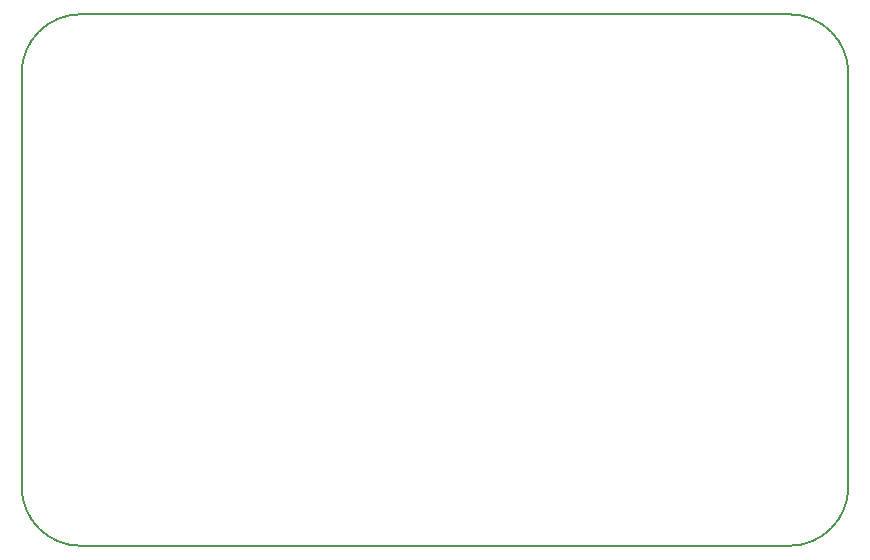
<source format=gbr>
G04 #@! TF.FileFunction,Profile,NP*
%FSLAX46Y46*%
G04 Gerber Fmt 4.6, Leading zero omitted, Abs format (unit mm)*
G04 Created by KiCad (PCBNEW 4.0.6+dfsg1-1) date Wed Jan 10 10:56:04 2018*
%MOMM*%
%LPD*%
G01*
G04 APERTURE LIST*
%ADD10C,0.100000*%
%ADD11C,0.150000*%
G04 APERTURE END LIST*
D10*
D11*
X65000000Y-45000000D02*
G75*
G03X70000000Y-40000000I0J5000000D01*
G01*
X70000000Y-5000000D02*
G75*
G03X65000000Y0I-5000000J0D01*
G01*
X0Y-40000000D02*
G75*
G03X5000000Y-45000000I5000000J0D01*
G01*
X5000000Y0D02*
G75*
G03X0Y-5000000I0J-5000000D01*
G01*
X5000000Y-45000000D02*
X65000000Y-45000000D01*
X70000000Y-5000000D02*
X70000000Y-40000000D01*
X0Y-5000000D02*
X0Y-40000000D01*
X5000000Y0D02*
X65000000Y0D01*
M02*

</source>
